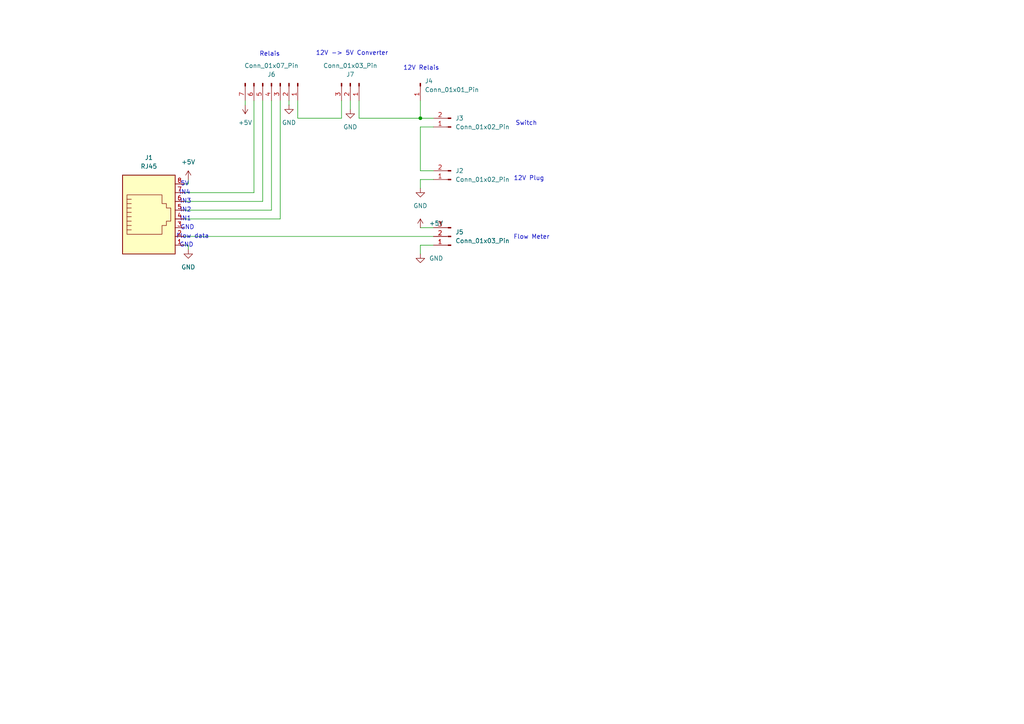
<source format=kicad_sch>
(kicad_sch (version 20231120) (generator "eeschema") (generator_version "8.0")
  (paper "A4")
  (lib_symbols
    (symbol "Connector:Conn_01x01_Pin" (pin_names (offset 1.016) hide)
      (property "Reference" "J" (at 0 2.54 0))
      (property "Value" "Conn_01x01_Pin" (at 0 -2.54 0))
      (symbol "Conn_01x01_Pin_1_1"
        (polyline (pts (xy 1.27 0) (xy 0.8636 0)) (stroke (width 0.1524)))
        (rectangle (start 0.8636 0.127) (end 0 -0.127) (stroke (width 0.1524)) (fill (type outline)))
        (pin passive line (at 5.08 0 180) (length 3.81) (name "Pin_1") (number "1"))
      )
    )
    (symbol "Connector:Conn_01x02_Pin" (pin_names (offset 1.016) hide)
      (property "Reference" "J" (at 0 2.54 0))
      (property "Value" "Conn_01x02_Pin" (at 0 -5.08 0))
      (symbol "Conn_01x02_Pin_1_1"
        (polyline (pts (xy 1.27 -2.54) (xy 0.8636 -2.54)) (stroke (width 0.1524)))
        (polyline (pts (xy 1.27 0) (xy 0.8636 0)) (stroke (width 0.1524)))
        (rectangle (start 0.8636 -2.413) (end 0 -2.667) (stroke (width 0.1524)) (fill (type outline)))
        (rectangle (start 0.8636 0.127) (end 0 -0.127) (stroke (width 0.1524)) (fill (type outline)))
        (pin passive line (at 5.08 0 180) (length 3.81) (name "Pin_1") (number "1"))
        (pin passive line (at 5.08 -2.54 180) (length 3.81) (name "Pin_2") (number "2"))
      )
    )
    (symbol "Connector:Conn_01x03_Pin" (pin_names (offset 1.016) hide)
      (property "Reference" "J" (at 0 5.08 0))
      (property "Value" "Conn_01x03_Pin" (at 0 -5.08 0))
      (symbol "Conn_01x03_Pin_1_1"
        (polyline (pts (xy 1.27 -2.54) (xy 0.8636 -2.54)) (stroke (width 0.1524)))
        (polyline (pts (xy 1.27 0) (xy 0.8636 0)) (stroke (width 0.1524)))
        (polyline (pts (xy 1.27 2.54) (xy 0.8636 2.54)) (stroke (width 0.1524)))
        (rectangle (start 0.8636 -2.413) (end 0 -2.667) (stroke (width 0.1524)) (fill (type outline)))
        (rectangle (start 0.8636 0.127) (end 0 -0.127) (stroke (width 0.1524)) (fill (type outline)))
        (rectangle (start 0.8636 2.667) (end 0 2.413) (stroke (width 0.1524)) (fill (type outline)))
        (pin passive line (at 5.08 2.54 180) (length 3.81) (name "Pin_1") (number "1"))
        (pin passive line (at 5.08 0 180) (length 3.81) (name "Pin_2") (number "2"))
        (pin passive line (at 5.08 -2.54 180) (length 3.81) (name "Pin_3") (number "3"))
      )
    )
    (symbol "Connector:Conn_01x07_Pin" (pin_names (offset 1.016) hide)
      (property "Reference" "J" (at 0 10.16 0))
      (property "Value" "Conn_01x07_Pin" (at 0 -10.16 0))
      (symbol "Conn_01x07_Pin_1_1"
        (polyline (pts (xy 1.27 -7.62) (xy 0.8636 -7.62)) (stroke (width 0.1524)))
        (polyline (pts (xy 1.27 -5.08) (xy 0.8636 -5.08)) (stroke (width 0.1524)))
        (polyline (pts (xy 1.27 -2.54) (xy 0.8636 -2.54)) (stroke (width 0.1524)))
        (polyline (pts (xy 1.27 0) (xy 0.8636 0)) (stroke (width 0.1524)))
        (polyline (pts (xy 1.27 2.54) (xy 0.8636 2.54)) (stroke (width 0.1524)))
        (polyline (pts (xy 1.27 5.08) (xy 0.8636 5.08)) (stroke (width 0.1524)))
        (polyline (pts (xy 1.27 7.62) (xy 0.8636 7.62)) (stroke (width 0.1524)))
        (rectangle (start 0.8636 -7.493) (end 0 -7.747) (stroke (width 0.1524)) (fill (type outline)))
        (rectangle (start 0.8636 -4.953) (end 0 -5.207) (stroke (width 0.1524)) (fill (type outline)))
        (rectangle (start 0.8636 -2.413) (end 0 -2.667) (stroke (width 0.1524)) (fill (type outline)))
        (rectangle (start 0.8636 0.127) (end 0 -0.127) (stroke (width 0.1524)) (fill (type outline)))
        (rectangle (start 0.8636 2.667) (end 0 2.413) (stroke (width 0.1524)) (fill (type outline)))
        (rectangle (start 0.8636 5.207) (end 0 4.953) (stroke (width 0.1524)) (fill (type outline)))
        (rectangle (start 0.8636 7.747) (end 0 7.493) (stroke (width 0.1524)) (fill (type outline)))
        (pin passive line (at 5.08 7.62 180) (length 3.81) (name "Pin_1") (number "1"))
        (pin passive line (at 5.08 5.08 180) (length 3.81) (name "Pin_2") (number "2"))
        (pin passive line (at 5.08 2.54 180) (length 3.81) (name "Pin_3") (number "3"))
        (pin passive line (at 5.08 0 180) (length 3.81) (name "Pin_4") (number "4"))
        (pin passive line (at 5.08 -2.54 180) (length 3.81) (name "Pin_5") (number "5"))
        (pin passive line (at 5.08 -5.08 180) (length 3.81) (name "Pin_6") (number "6"))
        (pin passive line (at 5.08 -7.62 180) (length 3.81) (name "Pin_7") (number "7"))
      )
    )
    (symbol "Connector:RJ45" (pin_names (offset 1.016))
      (property "Reference" "J" (at -5.08 13.97 0))
      (property "Value" "RJ45" (at 2.54 13.97 0))
      (symbol "RJ45_0_1"
        (polyline (pts (xy -5.08 4.445) (xy -6.35 4.445)))
        (polyline (pts (xy -5.08 5.715) (xy -6.35 5.715)))
        (polyline (pts (xy -6.35 -3.175) (xy -5.08 -3.175) (xy -5.08 -3.175)))
        (polyline (pts (xy -6.35 -1.905) (xy -5.08 -1.905) (xy -5.08 -1.905)))
        (polyline (pts (xy -6.35 -0.635) (xy -5.08 -0.635) (xy -5.08 -0.635)))
        (polyline (pts (xy -6.35 0.635) (xy -5.08 0.635) (xy -5.08 0.635)))
        (polyline (pts (xy -6.35 1.905) (xy -5.08 1.905) (xy -5.08 1.905)))
        (polyline (pts (xy -5.08 3.175) (xy -6.35 3.175) (xy -6.35 3.175)))
        (polyline (pts (xy -6.35 -4.445) (xy -6.35 6.985) (xy 3.81 6.985) (xy 3.81 4.445) (xy 5.08 4.445) (xy 5.08 3.175) (xy 6.35 3.175) (xy 6.35 -0.635) (xy 5.08 -0.635) (xy 5.08 -1.905) (xy 3.81 -1.905) (xy 3.81 -4.445) (xy -6.35 -4.445) (xy -6.35 -4.445)))
        (rectangle (start 7.62 12.7) (end -7.62 -10.16) (stroke (width 0.254)) (fill (type background)))
      )
      (symbol "RJ45_1_1"
        (pin passive line (at 10.16 -7.62 180) (length 2.54) (name "~") (number "1"))
        (pin passive line (at 10.16 -5.08 180) (length 2.54) (name "~") (number "2"))
        (pin passive line (at 10.16 -2.54 180) (length 2.54) (name "~") (number "3"))
        (pin passive line (at 10.16 0 180) (length 2.54) (name "~") (number "4"))
        (pin passive line (at 10.16 2.54 180) (length 2.54) (name "~") (number "5"))
        (pin passive line (at 10.16 5.08 180) (length 2.54) (name "~") (number "6"))
        (pin passive line (at 10.16 7.62 180) (length 2.54) (name "~") (number "7"))
        (pin passive line (at 10.16 10.16 180) (length 2.54) (name "~") (number "8"))
      )
    )
    (symbol "power:+5V" (power) (pin_numbers hide) (pin_names (offset 0) hide)
      (property "Value" "+5V" (at 0 3.556 0))
      (symbol "+5V_0_1"
        (polyline (pts (xy -0.762 1.27) (xy 0 2.54)))
        (polyline (pts (xy 0 0) (xy 0 2.54)))
        (polyline (pts (xy 0 2.54) (xy 0.762 1.27)))
      )
      (symbol "+5V_1_1"
        (pin power_in line (at 0 0 90) (length 0) (name "~") (number "1"))
      )
    )
    (symbol "power:GND" (power) (pin_numbers hide) (pin_names (offset 0) hide)
      (property "Value" "GND" (at 0 -3.81 0))
      (symbol "GND_0_1"
        (polyline (pts (xy 0 0) (xy 0 -1.27) (xy 1.27 -1.27) (xy 0 -2.54) (xy -1.27 -1.27) (xy 0 -1.27)))
      )
      (symbol "GND_1_1"
        (pin power_in line (at 0 0 270) (length 0) (name "~") (number "1"))
      )
    )
  )
  (junction (at 121.92 34.29))
  (wire (pts (xy 125.73 49.53) (xy 121.92 49.53)))
  (wire (pts (xy 54.61 53.34) (xy 54.61 52.07)))
  (wire (pts (xy 121.92 29.21) (xy 121.92 34.29)))
  (wire (pts (xy 78.74 60.96) (xy 78.74 29.21)))
  (wire (pts (xy 54.61 71.12) (xy 54.61 72.39)))
  (wire (pts (xy 121.92 71.12) (xy 125.73 71.12)))
  (wire (pts (xy 104.14 29.21) (xy 104.14 34.29)))
  (wire (pts (xy 76.2 58.42) (xy 76.2 29.21)))
  (wire (pts (xy 53.34 71.12) (xy 54.61 71.12)))
  (wire (pts (xy 81.28 63.5) (xy 81.28 29.21)))
  (wire (pts (xy 83.82 30.48) (xy 83.82 29.21)))
  (wire (pts (xy 121.92 73.66) (xy 121.92 71.12)))
  (wire (pts (xy 71.12 30.48) (xy 71.12 29.21)))
  (wire (pts (xy 121.92 66.04) (xy 125.73 66.04)))
  (wire (pts (xy 99.06 34.29) (xy 99.06 29.21)))
  (wire (pts (xy 73.66 55.88) (xy 53.34 55.88)))
  (wire (pts (xy 121.92 36.83) (xy 125.73 36.83)))
  (wire (pts (xy 104.14 34.29) (xy 121.92 34.29)))
  (wire (pts (xy 121.92 52.07) (xy 121.92 54.61)))
  (wire (pts (xy 53.34 68.58) (xy 125.73 68.58)))
  (wire (pts (xy 121.92 34.29) (xy 125.73 34.29)))
  (wire (pts (xy 53.34 53.34) (xy 54.61 53.34)))
  (wire (pts (xy 53.34 60.96) (xy 78.74 60.96)))
  (wire (pts (xy 53.34 63.5) (xy 81.28 63.5)))
  (wire (pts (xy 73.66 55.88) (xy 73.66 29.21)))
  (wire (pts (xy 121.92 49.53) (xy 121.92 36.83)))
  (wire (pts (xy 86.36 29.21) (xy 86.36 34.29)))
  (wire (pts (xy 53.34 58.42) (xy 76.2 58.42)))
  (wire (pts (xy 125.73 52.07) (xy 121.92 52.07)))
  (wire (pts (xy 101.6 29.21) (xy 101.6 31.75)))
  (wire (pts (xy 86.36 34.29) (xy 99.06 34.29)))
  (text "IN4" (at 53.594 55.88 0) (effects (font (size 1.27 1.27))))
  (text "5V" (at 53.594 53.34 0) (effects (font (size 1.27 1.27))))
  (text "IN3" (at 53.848 58.42 0) (effects (font (size 1.27 1.27))))
  (text "IN2" (at 53.848 60.96 0) (effects (font (size 1.27 1.27))))
  (text "12V -> 5V Converter" (at 102.108 15.494 0) (effects (font (size 1.27 1.27))))
  (text "IN1" (at 53.848 63.5 0) (effects (font (size 1.27 1.27))))
  (text "GND" (at 54.356 66.04 0) (effects (font (size 1.27 1.27))))
  (text "12V Relais" (at 122.174 19.812 0) (effects (font (size 1.27 1.27))))
  (text "GND" (at 54.102 71.12 0) (effects (font (size 1.27 1.27))))
  (text "Flow data" (at 55.88 68.58 0) (effects (font (size 1.27 1.27))))
  (text "Flow Meter" (at 154.178 68.834 0) (effects (font (size 1.27 1.27))))
  (text "12V Plug" (at 153.416 51.816 0) (effects (font (size 1.27 1.27))))
  (text "Switch" (at 152.654 35.814 0) (effects (font (size 1.27 1.27))))
  (text "Relais" (at 78.232 15.748 0) (effects (font (size 1.27 1.27))))
  (symbol (lib_id "Connector:Conn_01x02_Pin") (at 130.81 36.83 180) (unit 1)
    (property "Reference" "J3" (at 132.08 34.29 0) (effects (justify right)))
    (property "Value" "Conn_01x02_Pin" (at 132.08 36.83 0) (effects (justify right)))
    (property "Description" "Generic connector, single row, 01x02, script generated" (effects (hide yes)))
  )
  (symbol (lib_id "power:GND") (at 121.92 73.66 0) (unit 1)
    (property "Reference" "#PWR011" (effects (hide yes)))
    (property "Value" "GND" (at 124.46 74.93 0) (effects (justify left)))
    (property "Description" "Power symbol creates a global label with name \"GND\" , ground" (effects (hide yes)))
  )
  (symbol (lib_id "Connector:RJ45") (at 43.18 63.5 0) (unit 1)
    (property "Reference" "J1" (at 43.18 45.72 0))
    (property "Value" "RJ45" (at 43.18 48.26 0))
    (property "Description" "RJ connector, 8P8C (8 positions 8 connected)" (effects (hide yes)))
  )
  (symbol (lib_id "power:+5V") (at 54.61 52.07 0) (unit 1)
    (property "Reference" "#PWR04" (effects (hide yes)))
    (property "Value" "+5V" (at 54.61 46.99 0))
    (property "Description" "Power symbol creates a global label with name \"+5V\"" (effects (hide yes)))
  )
  (symbol (lib_id "Connector:Conn_01x03_Pin") (at 130.81 68.58 180) (unit 1)
    (property "Reference" "J5" (at 132.08 67.31 0) (effects (justify right)))
    (property "Value" "Conn_01x03_Pin" (at 132.08 69.85 0) (effects (justify right)))
    (property "Description" "Generic connector, single row, 01x03, script generated" (effects (hide yes)))
  )
  (symbol (lib_id "power:+5V") (at 71.12 30.48 180) (unit 1)
    (property "Reference" "#PWR012" (effects (hide yes)))
    (property "Value" "+5V" (at 71.12 35.56 0))
    (property "Description" "Power symbol creates a global label with name \"+5V\"" (effects (hide yes)))
  )
  (symbol (lib_id "Connector:Conn_01x01_Pin") (at 121.92 24.13 270) (unit 1)
    (property "Reference" "J4" (at 123.19 23.495 90) (effects (justify left)))
    (property "Value" "Conn_01x01_Pin" (at 123.19 26.035 90) (effects (justify left)))
    (property "Description" "Generic connector, single row, 01x01, script generated" (effects (hide yes)))
  )
  (symbol (lib_id "power:GND") (at 54.61 72.39 0) (unit 1)
    (property "Reference" "#PWR01" (effects (hide yes)))
    (property "Value" "GND" (at 54.61 77.47 0))
    (property "Description" "Power symbol creates a global label with name \"GND\" , ground" (effects (hide yes)))
  )
  (symbol (lib_id "Connector:Conn_01x03_Pin") (at 101.6 24.13 270) (unit 1)
    (property "Reference" "J7" (at 101.6 21.59 90))
    (property "Value" "Conn_01x03_Pin" (at 101.6 19.05 90))
    (property "Description" "Generic connector, single row, 01x03, script generated" (effects (hide yes)))
  )
  (symbol (lib_id "power:+5V") (at 121.92 66.04 0) (unit 1)
    (property "Reference" "#PWR013" (effects (hide yes)))
    (property "Value" "+5V" (at 124.46 64.77 0) (effects (justify left)))
    (property "Description" "Power symbol creates a global label with name \"+5V\"" (effects (hide yes)))
  )
  (symbol (lib_id "power:GND") (at 101.6 31.75 0) (unit 1)
    (property "Reference" "#PWR03" (effects (hide yes)))
    (property "Value" "GND" (at 101.6 36.83 0))
    (property "Description" "Power symbol creates a global label with name \"GND\" , ground" (effects (hide yes)))
  )
  (symbol (lib_id "Connector:Conn_01x07_Pin") (at 78.74 24.13 270) (unit 1)
    (property "Reference" "J6" (at 78.74 21.59 90))
    (property "Value" "Conn_01x07_Pin" (at 78.74 19.05 90))
    (property "Description" "Generic connector, single row, 01x07, script generated" (effects (hide yes)))
  )
  (symbol (lib_id "power:GND") (at 83.82 30.48 0) (unit 1)
    (property "Reference" "#PWR02" (effects (hide yes)))
    (property "Value" "GND" (at 83.82 35.56 0))
    (property "Description" "Power symbol creates a global label with name \"GND\" , ground" (effects (hide yes)))
  )
  (symbol (lib_id "Connector:Conn_01x02_Pin") (at 130.81 52.07 180) (unit 1)
    (property "Reference" "J2" (at 132.08 49.53 0) (effects (justify right)))
    (property "Value" "Conn_01x02_Pin" (at 132.08 52.07 0) (effects (justify right)))
    (property "Description" "Generic connector, single row, 01x02, script generated" (effects (hide yes)))
  )
  (symbol (lib_id "power:GND") (at 121.92 54.61 0) (unit 1)
    (property "Reference" "#PWR05" (effects (hide yes)))
    (property "Value" "GND" (at 121.92 59.69 0))
    (property "Description" "Power symbol creates a global label with name \"GND\" , ground" (effects (hide yes)))
  )
)
</source>
